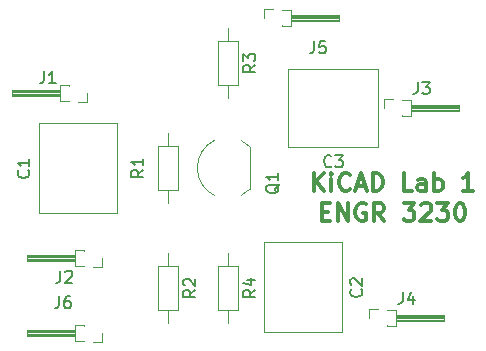
<source format=gbr>
G04 #@! TF.FileFunction,Legend,Top*
%FSLAX46Y46*%
G04 Gerber Fmt 4.6, Leading zero omitted, Abs format (unit mm)*
G04 Created by KiCad (PCBNEW 4.0.7) date Monday, November 12, 2018 'AMt' 11:28:17 AM*
%MOMM*%
%LPD*%
G01*
G04 APERTURE LIST*
%ADD10C,0.100000*%
%ADD11C,0.300000*%
%ADD12C,0.120000*%
%ADD13C,0.150000*%
G04 APERTURE END LIST*
D10*
D11*
X155845715Y-118783571D02*
X155845715Y-117283571D01*
X156702858Y-118783571D02*
X156060001Y-117926429D01*
X156702858Y-117283571D02*
X155845715Y-118140714D01*
X157345715Y-118783571D02*
X157345715Y-117783571D01*
X157345715Y-117283571D02*
X157274286Y-117355000D01*
X157345715Y-117426429D01*
X157417143Y-117355000D01*
X157345715Y-117283571D01*
X157345715Y-117426429D01*
X158917144Y-118640714D02*
X158845715Y-118712143D01*
X158631429Y-118783571D01*
X158488572Y-118783571D01*
X158274287Y-118712143D01*
X158131429Y-118569286D01*
X158060001Y-118426429D01*
X157988572Y-118140714D01*
X157988572Y-117926429D01*
X158060001Y-117640714D01*
X158131429Y-117497857D01*
X158274287Y-117355000D01*
X158488572Y-117283571D01*
X158631429Y-117283571D01*
X158845715Y-117355000D01*
X158917144Y-117426429D01*
X159488572Y-118355000D02*
X160202858Y-118355000D01*
X159345715Y-118783571D02*
X159845715Y-117283571D01*
X160345715Y-118783571D01*
X160845715Y-118783571D02*
X160845715Y-117283571D01*
X161202858Y-117283571D01*
X161417143Y-117355000D01*
X161560001Y-117497857D01*
X161631429Y-117640714D01*
X161702858Y-117926429D01*
X161702858Y-118140714D01*
X161631429Y-118426429D01*
X161560001Y-118569286D01*
X161417143Y-118712143D01*
X161202858Y-118783571D01*
X160845715Y-118783571D01*
X164202858Y-118783571D02*
X163488572Y-118783571D01*
X163488572Y-117283571D01*
X165345715Y-118783571D02*
X165345715Y-117997857D01*
X165274286Y-117855000D01*
X165131429Y-117783571D01*
X164845715Y-117783571D01*
X164702858Y-117855000D01*
X165345715Y-118712143D02*
X165202858Y-118783571D01*
X164845715Y-118783571D01*
X164702858Y-118712143D01*
X164631429Y-118569286D01*
X164631429Y-118426429D01*
X164702858Y-118283571D01*
X164845715Y-118212143D01*
X165202858Y-118212143D01*
X165345715Y-118140714D01*
X166060001Y-118783571D02*
X166060001Y-117283571D01*
X166060001Y-117855000D02*
X166202858Y-117783571D01*
X166488572Y-117783571D01*
X166631429Y-117855000D01*
X166702858Y-117926429D01*
X166774287Y-118069286D01*
X166774287Y-118497857D01*
X166702858Y-118640714D01*
X166631429Y-118712143D01*
X166488572Y-118783571D01*
X166202858Y-118783571D01*
X166060001Y-118712143D01*
X169345715Y-118783571D02*
X168488572Y-118783571D01*
X168917144Y-118783571D02*
X168917144Y-117283571D01*
X168774287Y-117497857D01*
X168631429Y-117640714D01*
X168488572Y-117712143D01*
X156524287Y-120547857D02*
X157024287Y-120547857D01*
X157238573Y-121333571D02*
X156524287Y-121333571D01*
X156524287Y-119833571D01*
X157238573Y-119833571D01*
X157881430Y-121333571D02*
X157881430Y-119833571D01*
X158738573Y-121333571D01*
X158738573Y-119833571D01*
X160238573Y-119905000D02*
X160095716Y-119833571D01*
X159881430Y-119833571D01*
X159667145Y-119905000D01*
X159524287Y-120047857D01*
X159452859Y-120190714D01*
X159381430Y-120476429D01*
X159381430Y-120690714D01*
X159452859Y-120976429D01*
X159524287Y-121119286D01*
X159667145Y-121262143D01*
X159881430Y-121333571D01*
X160024287Y-121333571D01*
X160238573Y-121262143D01*
X160310002Y-121190714D01*
X160310002Y-120690714D01*
X160024287Y-120690714D01*
X161810002Y-121333571D02*
X161310002Y-120619286D01*
X160952859Y-121333571D02*
X160952859Y-119833571D01*
X161524287Y-119833571D01*
X161667145Y-119905000D01*
X161738573Y-119976429D01*
X161810002Y-120119286D01*
X161810002Y-120333571D01*
X161738573Y-120476429D01*
X161667145Y-120547857D01*
X161524287Y-120619286D01*
X160952859Y-120619286D01*
X163452859Y-119833571D02*
X164381430Y-119833571D01*
X163881430Y-120405000D01*
X164095716Y-120405000D01*
X164238573Y-120476429D01*
X164310002Y-120547857D01*
X164381430Y-120690714D01*
X164381430Y-121047857D01*
X164310002Y-121190714D01*
X164238573Y-121262143D01*
X164095716Y-121333571D01*
X163667144Y-121333571D01*
X163524287Y-121262143D01*
X163452859Y-121190714D01*
X164952858Y-119976429D02*
X165024287Y-119905000D01*
X165167144Y-119833571D01*
X165524287Y-119833571D01*
X165667144Y-119905000D01*
X165738573Y-119976429D01*
X165810001Y-120119286D01*
X165810001Y-120262143D01*
X165738573Y-120476429D01*
X164881430Y-121333571D01*
X165810001Y-121333571D01*
X166310001Y-119833571D02*
X167238572Y-119833571D01*
X166738572Y-120405000D01*
X166952858Y-120405000D01*
X167095715Y-120476429D01*
X167167144Y-120547857D01*
X167238572Y-120690714D01*
X167238572Y-121047857D01*
X167167144Y-121190714D01*
X167095715Y-121262143D01*
X166952858Y-121333571D01*
X166524286Y-121333571D01*
X166381429Y-121262143D01*
X166310001Y-121190714D01*
X168167143Y-119833571D02*
X168310000Y-119833571D01*
X168452857Y-119905000D01*
X168524286Y-119976429D01*
X168595715Y-120119286D01*
X168667143Y-120405000D01*
X168667143Y-120762143D01*
X168595715Y-121047857D01*
X168524286Y-121190714D01*
X168452857Y-121262143D01*
X168310000Y-121333571D01*
X168167143Y-121333571D01*
X168024286Y-121262143D01*
X167952857Y-121190714D01*
X167881429Y-121047857D01*
X167810000Y-120762143D01*
X167810000Y-120405000D01*
X167881429Y-120119286D01*
X167952857Y-119976429D01*
X168024286Y-119905000D01*
X168167143Y-119833571D01*
D12*
X132580000Y-120690000D02*
X132580000Y-113070000D01*
X139200000Y-120690000D02*
X139200000Y-113070000D01*
X132580000Y-120690000D02*
X139200000Y-120690000D01*
X132580000Y-113070000D02*
X139200000Y-113070000D01*
X158250000Y-123150000D02*
X158250000Y-130770000D01*
X151630000Y-123150000D02*
X151630000Y-130770000D01*
X158250000Y-123150000D02*
X151630000Y-123150000D01*
X158250000Y-130770000D02*
X151630000Y-130770000D01*
X161330000Y-115070000D02*
X153710000Y-115070000D01*
X161330000Y-108450000D02*
X153710000Y-108450000D01*
X161330000Y-115070000D02*
X161330000Y-108450000D01*
X153710000Y-115070000D02*
X153710000Y-108450000D01*
X135130000Y-111185000D02*
X134330000Y-111185000D01*
X134330000Y-111185000D02*
X134330000Y-109795000D01*
X134330000Y-109795000D02*
X135130000Y-109795000D01*
X135130000Y-109795000D02*
X135130000Y-109870323D01*
X134330000Y-110750000D02*
X130330000Y-110750000D01*
X130330000Y-110750000D02*
X130330000Y-110230000D01*
X130330000Y-110230000D02*
X134330000Y-110230000D01*
X134330000Y-110690000D02*
X130330000Y-110690000D01*
X134330000Y-110570000D02*
X130330000Y-110570000D01*
X134330000Y-110450000D02*
X130330000Y-110450000D01*
X134330000Y-110330000D02*
X130330000Y-110330000D01*
X136650000Y-110490000D02*
X136650000Y-111250000D01*
X136650000Y-111250000D02*
X135890000Y-111250000D01*
X136400000Y-125155000D02*
X135600000Y-125155000D01*
X135600000Y-125155000D02*
X135600000Y-123765000D01*
X135600000Y-123765000D02*
X136400000Y-123765000D01*
X136400000Y-123765000D02*
X136400000Y-123840323D01*
X135600000Y-124720000D02*
X131600000Y-124720000D01*
X131600000Y-124720000D02*
X131600000Y-124200000D01*
X131600000Y-124200000D02*
X135600000Y-124200000D01*
X135600000Y-124660000D02*
X131600000Y-124660000D01*
X135600000Y-124540000D02*
X131600000Y-124540000D01*
X135600000Y-124420000D02*
X131600000Y-124420000D01*
X135600000Y-124300000D02*
X131600000Y-124300000D01*
X137920000Y-124460000D02*
X137920000Y-125220000D01*
X137920000Y-125220000D02*
X137160000Y-125220000D01*
X163320000Y-111065000D02*
X164120000Y-111065000D01*
X164120000Y-111065000D02*
X164120000Y-112455000D01*
X164120000Y-112455000D02*
X163320000Y-112455000D01*
X163320000Y-112455000D02*
X163320000Y-112379677D01*
X164120000Y-111500000D02*
X168120000Y-111500000D01*
X168120000Y-111500000D02*
X168120000Y-112020000D01*
X168120000Y-112020000D02*
X164120000Y-112020000D01*
X164120000Y-111560000D02*
X168120000Y-111560000D01*
X164120000Y-111680000D02*
X168120000Y-111680000D01*
X164120000Y-111800000D02*
X168120000Y-111800000D01*
X164120000Y-111920000D02*
X168120000Y-111920000D01*
X161800000Y-111760000D02*
X161800000Y-111000000D01*
X161800000Y-111000000D02*
X162560000Y-111000000D01*
X162050000Y-128845000D02*
X162850000Y-128845000D01*
X162850000Y-128845000D02*
X162850000Y-130235000D01*
X162850000Y-130235000D02*
X162050000Y-130235000D01*
X162050000Y-130235000D02*
X162050000Y-130159677D01*
X162850000Y-129280000D02*
X166850000Y-129280000D01*
X166850000Y-129280000D02*
X166850000Y-129800000D01*
X166850000Y-129800000D02*
X162850000Y-129800000D01*
X162850000Y-129340000D02*
X166850000Y-129340000D01*
X162850000Y-129460000D02*
X166850000Y-129460000D01*
X162850000Y-129580000D02*
X166850000Y-129580000D01*
X162850000Y-129700000D02*
X166850000Y-129700000D01*
X160530000Y-129540000D02*
X160530000Y-128780000D01*
X160530000Y-128780000D02*
X161290000Y-128780000D01*
X150440000Y-118640000D02*
X150440000Y-115040000D01*
X149712795Y-119164184D02*
G75*
G03X150440000Y-118640000I-1122795J2324184D01*
G01*
X147491193Y-119196400D02*
G75*
G02X145990000Y-116840000I1098807J2356400D01*
G01*
X147491193Y-114483600D02*
G75*
G03X145990000Y-116840000I1098807J-2356400D01*
G01*
X149712795Y-114515816D02*
G75*
G02X150440000Y-115040000I-1122795J-2324184D01*
G01*
X144370000Y-114980000D02*
X142650000Y-114980000D01*
X142650000Y-114980000D02*
X142650000Y-118700000D01*
X142650000Y-118700000D02*
X144370000Y-118700000D01*
X144370000Y-118700000D02*
X144370000Y-114980000D01*
X143510000Y-113910000D02*
X143510000Y-114980000D01*
X143510000Y-119770000D02*
X143510000Y-118700000D01*
X144370000Y-125140000D02*
X142650000Y-125140000D01*
X142650000Y-125140000D02*
X142650000Y-128860000D01*
X142650000Y-128860000D02*
X144370000Y-128860000D01*
X144370000Y-128860000D02*
X144370000Y-125140000D01*
X143510000Y-124070000D02*
X143510000Y-125140000D01*
X143510000Y-129930000D02*
X143510000Y-128860000D01*
X149450000Y-106090000D02*
X147730000Y-106090000D01*
X147730000Y-106090000D02*
X147730000Y-109810000D01*
X147730000Y-109810000D02*
X149450000Y-109810000D01*
X149450000Y-109810000D02*
X149450000Y-106090000D01*
X148590000Y-105020000D02*
X148590000Y-106090000D01*
X148590000Y-110880000D02*
X148590000Y-109810000D01*
X149450000Y-125140000D02*
X147730000Y-125140000D01*
X147730000Y-125140000D02*
X147730000Y-128860000D01*
X147730000Y-128860000D02*
X149450000Y-128860000D01*
X149450000Y-128860000D02*
X149450000Y-125140000D01*
X148590000Y-124070000D02*
X148590000Y-125140000D01*
X148590000Y-129930000D02*
X148590000Y-128860000D01*
X153160000Y-103445000D02*
X153960000Y-103445000D01*
X153960000Y-103445000D02*
X153960000Y-104835000D01*
X153960000Y-104835000D02*
X153160000Y-104835000D01*
X153160000Y-104835000D02*
X153160000Y-104759677D01*
X153960000Y-103880000D02*
X157960000Y-103880000D01*
X157960000Y-103880000D02*
X157960000Y-104400000D01*
X157960000Y-104400000D02*
X153960000Y-104400000D01*
X153960000Y-103940000D02*
X157960000Y-103940000D01*
X153960000Y-104060000D02*
X157960000Y-104060000D01*
X153960000Y-104180000D02*
X157960000Y-104180000D01*
X153960000Y-104300000D02*
X157960000Y-104300000D01*
X151640000Y-104140000D02*
X151640000Y-103380000D01*
X151640000Y-103380000D02*
X152400000Y-103380000D01*
X136400000Y-131505000D02*
X135600000Y-131505000D01*
X135600000Y-131505000D02*
X135600000Y-130115000D01*
X135600000Y-130115000D02*
X136400000Y-130115000D01*
X136400000Y-130115000D02*
X136400000Y-130190323D01*
X135600000Y-131070000D02*
X131600000Y-131070000D01*
X131600000Y-131070000D02*
X131600000Y-130550000D01*
X131600000Y-130550000D02*
X135600000Y-130550000D01*
X135600000Y-131010000D02*
X131600000Y-131010000D01*
X135600000Y-130890000D02*
X131600000Y-130890000D01*
X135600000Y-130770000D02*
X131600000Y-130770000D01*
X135600000Y-130650000D02*
X131600000Y-130650000D01*
X137920000Y-130810000D02*
X137920000Y-131570000D01*
X137920000Y-131570000D02*
X137160000Y-131570000D01*
D13*
X131687143Y-117046666D02*
X131734762Y-117094285D01*
X131782381Y-117237142D01*
X131782381Y-117332380D01*
X131734762Y-117475238D01*
X131639524Y-117570476D01*
X131544286Y-117618095D01*
X131353810Y-117665714D01*
X131210952Y-117665714D01*
X131020476Y-117618095D01*
X130925238Y-117570476D01*
X130830000Y-117475238D01*
X130782381Y-117332380D01*
X130782381Y-117237142D01*
X130830000Y-117094285D01*
X130877619Y-117046666D01*
X131782381Y-116094285D02*
X131782381Y-116665714D01*
X131782381Y-116380000D02*
X130782381Y-116380000D01*
X130925238Y-116475238D01*
X131020476Y-116570476D01*
X131068095Y-116665714D01*
X159857143Y-127126666D02*
X159904762Y-127174285D01*
X159952381Y-127317142D01*
X159952381Y-127412380D01*
X159904762Y-127555238D01*
X159809524Y-127650476D01*
X159714286Y-127698095D01*
X159523810Y-127745714D01*
X159380952Y-127745714D01*
X159190476Y-127698095D01*
X159095238Y-127650476D01*
X159000000Y-127555238D01*
X158952381Y-127412380D01*
X158952381Y-127317142D01*
X159000000Y-127174285D01*
X159047619Y-127126666D01*
X159047619Y-126745714D02*
X159000000Y-126698095D01*
X158952381Y-126602857D01*
X158952381Y-126364761D01*
X159000000Y-126269523D01*
X159047619Y-126221904D01*
X159142857Y-126174285D01*
X159238095Y-126174285D01*
X159380952Y-126221904D01*
X159952381Y-126793333D01*
X159952381Y-126174285D01*
X157353334Y-116677143D02*
X157305715Y-116724762D01*
X157162858Y-116772381D01*
X157067620Y-116772381D01*
X156924762Y-116724762D01*
X156829524Y-116629524D01*
X156781905Y-116534286D01*
X156734286Y-116343810D01*
X156734286Y-116200952D01*
X156781905Y-116010476D01*
X156829524Y-115915238D01*
X156924762Y-115820000D01*
X157067620Y-115772381D01*
X157162858Y-115772381D01*
X157305715Y-115820000D01*
X157353334Y-115867619D01*
X157686667Y-115772381D02*
X158305715Y-115772381D01*
X157972381Y-116153333D01*
X158115239Y-116153333D01*
X158210477Y-116200952D01*
X158258096Y-116248571D01*
X158305715Y-116343810D01*
X158305715Y-116581905D01*
X158258096Y-116677143D01*
X158210477Y-116724762D01*
X158115239Y-116772381D01*
X157829524Y-116772381D01*
X157734286Y-116724762D01*
X157686667Y-116677143D01*
X133016667Y-108672381D02*
X133016667Y-109386667D01*
X132969047Y-109529524D01*
X132873809Y-109624762D01*
X132730952Y-109672381D01*
X132635714Y-109672381D01*
X134016667Y-109672381D02*
X133445238Y-109672381D01*
X133730952Y-109672381D02*
X133730952Y-108672381D01*
X133635714Y-108815238D01*
X133540476Y-108910476D01*
X133445238Y-108958095D01*
X134394167Y-125547381D02*
X134394167Y-126261667D01*
X134346547Y-126404524D01*
X134251309Y-126499762D01*
X134108452Y-126547381D01*
X134013214Y-126547381D01*
X134822738Y-125642619D02*
X134870357Y-125595000D01*
X134965595Y-125547381D01*
X135203691Y-125547381D01*
X135298929Y-125595000D01*
X135346548Y-125642619D01*
X135394167Y-125737857D01*
X135394167Y-125833095D01*
X135346548Y-125975952D01*
X134775119Y-126547381D01*
X135394167Y-126547381D01*
X164659167Y-109577381D02*
X164659167Y-110291667D01*
X164611547Y-110434524D01*
X164516309Y-110529762D01*
X164373452Y-110577381D01*
X164278214Y-110577381D01*
X165040119Y-109577381D02*
X165659167Y-109577381D01*
X165325833Y-109958333D01*
X165468691Y-109958333D01*
X165563929Y-110005952D01*
X165611548Y-110053571D01*
X165659167Y-110148810D01*
X165659167Y-110386905D01*
X165611548Y-110482143D01*
X165563929Y-110529762D01*
X165468691Y-110577381D01*
X165182976Y-110577381D01*
X165087738Y-110529762D01*
X165040119Y-110482143D01*
X163389167Y-127357381D02*
X163389167Y-128071667D01*
X163341547Y-128214524D01*
X163246309Y-128309762D01*
X163103452Y-128357381D01*
X163008214Y-128357381D01*
X164293929Y-127690714D02*
X164293929Y-128357381D01*
X164055833Y-127309762D02*
X163817738Y-128024048D01*
X164436786Y-128024048D01*
X152947619Y-118205238D02*
X152900000Y-118300476D01*
X152804762Y-118395714D01*
X152661905Y-118538571D01*
X152614286Y-118633810D01*
X152614286Y-118729048D01*
X152852381Y-118681429D02*
X152804762Y-118776667D01*
X152709524Y-118871905D01*
X152519048Y-118919524D01*
X152185714Y-118919524D01*
X151995238Y-118871905D01*
X151900000Y-118776667D01*
X151852381Y-118681429D01*
X151852381Y-118490952D01*
X151900000Y-118395714D01*
X151995238Y-118300476D01*
X152185714Y-118252857D01*
X152519048Y-118252857D01*
X152709524Y-118300476D01*
X152804762Y-118395714D01*
X152852381Y-118490952D01*
X152852381Y-118681429D01*
X152852381Y-117300476D02*
X152852381Y-117871905D01*
X152852381Y-117586191D02*
X151852381Y-117586191D01*
X151995238Y-117681429D01*
X152090476Y-117776667D01*
X152138095Y-117871905D01*
X141422381Y-117006666D02*
X140946190Y-117340000D01*
X141422381Y-117578095D02*
X140422381Y-117578095D01*
X140422381Y-117197142D01*
X140470000Y-117101904D01*
X140517619Y-117054285D01*
X140612857Y-117006666D01*
X140755714Y-117006666D01*
X140850952Y-117054285D01*
X140898571Y-117101904D01*
X140946190Y-117197142D01*
X140946190Y-117578095D01*
X141422381Y-116054285D02*
X141422381Y-116625714D01*
X141422381Y-116340000D02*
X140422381Y-116340000D01*
X140565238Y-116435238D01*
X140660476Y-116530476D01*
X140708095Y-116625714D01*
X145822381Y-127166666D02*
X145346190Y-127500000D01*
X145822381Y-127738095D02*
X144822381Y-127738095D01*
X144822381Y-127357142D01*
X144870000Y-127261904D01*
X144917619Y-127214285D01*
X145012857Y-127166666D01*
X145155714Y-127166666D01*
X145250952Y-127214285D01*
X145298571Y-127261904D01*
X145346190Y-127357142D01*
X145346190Y-127738095D01*
X144917619Y-126785714D02*
X144870000Y-126738095D01*
X144822381Y-126642857D01*
X144822381Y-126404761D01*
X144870000Y-126309523D01*
X144917619Y-126261904D01*
X145012857Y-126214285D01*
X145108095Y-126214285D01*
X145250952Y-126261904D01*
X145822381Y-126833333D01*
X145822381Y-126214285D01*
X150902381Y-108116666D02*
X150426190Y-108450000D01*
X150902381Y-108688095D02*
X149902381Y-108688095D01*
X149902381Y-108307142D01*
X149950000Y-108211904D01*
X149997619Y-108164285D01*
X150092857Y-108116666D01*
X150235714Y-108116666D01*
X150330952Y-108164285D01*
X150378571Y-108211904D01*
X150426190Y-108307142D01*
X150426190Y-108688095D01*
X149902381Y-107783333D02*
X149902381Y-107164285D01*
X150283333Y-107497619D01*
X150283333Y-107354761D01*
X150330952Y-107259523D01*
X150378571Y-107211904D01*
X150473810Y-107164285D01*
X150711905Y-107164285D01*
X150807143Y-107211904D01*
X150854762Y-107259523D01*
X150902381Y-107354761D01*
X150902381Y-107640476D01*
X150854762Y-107735714D01*
X150807143Y-107783333D01*
X150902381Y-127166666D02*
X150426190Y-127500000D01*
X150902381Y-127738095D02*
X149902381Y-127738095D01*
X149902381Y-127357142D01*
X149950000Y-127261904D01*
X149997619Y-127214285D01*
X150092857Y-127166666D01*
X150235714Y-127166666D01*
X150330952Y-127214285D01*
X150378571Y-127261904D01*
X150426190Y-127357142D01*
X150426190Y-127738095D01*
X150235714Y-126309523D02*
X150902381Y-126309523D01*
X149854762Y-126547619D02*
X150569048Y-126785714D01*
X150569048Y-126166666D01*
X155876667Y-106132381D02*
X155876667Y-106846667D01*
X155829047Y-106989524D01*
X155733809Y-107084762D01*
X155590952Y-107132381D01*
X155495714Y-107132381D01*
X156829048Y-106132381D02*
X156352857Y-106132381D01*
X156305238Y-106608571D01*
X156352857Y-106560952D01*
X156448095Y-106513333D01*
X156686191Y-106513333D01*
X156781429Y-106560952D01*
X156829048Y-106608571D01*
X156876667Y-106703810D01*
X156876667Y-106941905D01*
X156829048Y-107037143D01*
X156781429Y-107084762D01*
X156686191Y-107132381D01*
X156448095Y-107132381D01*
X156352857Y-107084762D01*
X156305238Y-107037143D01*
X134286667Y-127722381D02*
X134286667Y-128436667D01*
X134239047Y-128579524D01*
X134143809Y-128674762D01*
X134000952Y-128722381D01*
X133905714Y-128722381D01*
X135191429Y-127722381D02*
X135000952Y-127722381D01*
X134905714Y-127770000D01*
X134858095Y-127817619D01*
X134762857Y-127960476D01*
X134715238Y-128150952D01*
X134715238Y-128531905D01*
X134762857Y-128627143D01*
X134810476Y-128674762D01*
X134905714Y-128722381D01*
X135096191Y-128722381D01*
X135191429Y-128674762D01*
X135239048Y-128627143D01*
X135286667Y-128531905D01*
X135286667Y-128293810D01*
X135239048Y-128198571D01*
X135191429Y-128150952D01*
X135096191Y-128103333D01*
X134905714Y-128103333D01*
X134810476Y-128150952D01*
X134762857Y-128198571D01*
X134715238Y-128293810D01*
M02*

</source>
